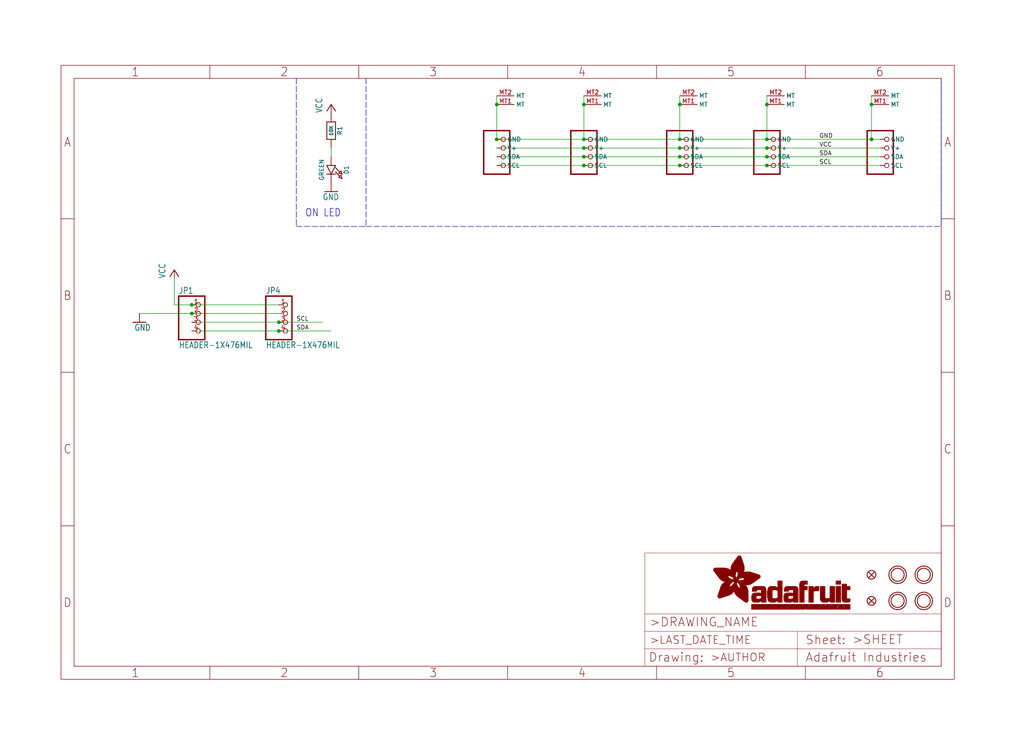
<source format=kicad_sch>
(kicad_sch (version 20211123) (generator eeschema)
  (paper "User" 298.45 217.881)
  (lib_symbols
    (symbol "eagleSchem-eagle-import:FIDUCIAL_1MM")
    (symbol "eagleSchem-eagle-import:FRAME_A4_ADAFRUIT"
      (symbol "FRAME_A4_ADAFRUIT_1_0"
        (text "1" (at 21.6958 1.905 0) (effects (font (size 2.54 2.286))))
        (text "1" (at 21.6958 177.165 0) (effects (font (size 2.54 2.286))))
        (text "2" (at 65.0875 1.905 0) (effects (font (size 2.54 2.286))))
        (text "2" (at 65.0875 177.165 0) (effects (font (size 2.54 2.286))))
        (text "3" (at 108.4792 1.905 0) (effects (font (size 2.54 2.286))))
        (text "3" (at 108.4792 177.165 0) (effects (font (size 2.54 2.286))))
        (text "4" (at 151.8708 1.905 0) (effects (font (size 2.54 2.286))))
        (text "4" (at 151.8708 177.165 0) (effects (font (size 2.54 2.286))))
        (text "5" (at 195.2625 1.905 0) (effects (font (size 2.54 2.286))))
        (text "5" (at 195.2625 177.165 0) (effects (font (size 2.54 2.286))))
        (text "6" (at 238.6542 1.905 0) (effects (font (size 2.54 2.286))))
        (text "6" (at 238.6542 177.165 0) (effects (font (size 2.54 2.286))))
        (text ">AUTHOR" (at 189.23 5.08 0) (effects (font (size 2.286 2.286)) (justify left bottom)))
        (text ">DRAWING_NAME" (at 171.45 15.24 0) (effects (font (size 2.54 2.54)) (justify left bottom)))
        (text ">LAST_DATE_TIME" (at 171.45 10.16 0) (effects (font (size 2.286 2.286)) (justify left bottom)))
        (text ">SHEET" (at 230.505 10.16 0) (effects (font (size 2.54 2.54)) (justify left bottom)))
        (text "A" (at 1.905 156.6863 0) (effects (font (size 2.54 2.286))))
        (text "A" (at 258.445 156.6863 0) (effects (font (size 2.54 2.286))))
        (text "Adafruit Industries" (at 216.916 4.953 0) (effects (font (size 2.54 2.54)) (justify left bottom)))
        (text "B" (at 1.905 111.9188 0) (effects (font (size 2.54 2.286))))
        (text "B" (at 258.445 111.9188 0) (effects (font (size 2.54 2.286))))
        (text "C" (at 1.905 67.1513 0) (effects (font (size 2.54 2.286))))
        (text "C" (at 258.445 67.1513 0) (effects (font (size 2.54 2.286))))
        (text "D" (at 1.905 22.3838 0) (effects (font (size 2.54 2.286))))
        (text "D" (at 258.445 22.3838 0) (effects (font (size 2.54 2.286))))
        (text "Drawing:" (at 171.196 4.953 0) (effects (font (size 2.54 2.54)) (justify left bottom)))
        (text "Sheet:" (at 216.916 10.033 0) (effects (font (size 2.54 2.54)) (justify left bottom)))
      )
    )
    (symbol "eagleSchem-eagle-import:GND" (power)
      (property "Value" "GND" (at -2.54 -2.54 0))
      (symbol "GND_1_0"
        (pin power_in line (at 0 2.54 270) (length 2.54) (name "GND") (number "1"))
      )
    )
    (symbol "eagleSchem-eagle-import:HEADER-1X476MIL"
      (property "Reference" "JP" (at -6.35 8.255 0))
      (property "Value" "HEADER-1X476MIL" (at -6.35 -7.62 0))
      (symbol "HEADER-1X476MIL_1_0"
        (pin passive inverted (at -2.54 5.08 0) (length 2.54) (name "1") (number "1"))
        (pin passive inverted (at -2.54 2.54 0) (length 2.54) (name "2") (number "2"))
        (pin passive inverted (at -2.54 0 0) (length 2.54) (name "3") (number "3"))
        (pin passive inverted (at -2.54 -2.54 0) (length 2.54) (name "4") (number "4"))
      )
    )
    (symbol "eagleSchem-eagle-import:LED0603_NOOUTLINE"
      (property "Reference" "D" (at -1.27 4.445 0))
      (property "Value" "LED0603_NOOUTLINE" (at -1.27 -2.794 0))
      (symbol "LED0603_NOOUTLINE_1_0"
        (pin passive line (at -5.08 0 0) (length 2.54) (name "A") (number "A"))
        (pin passive line (at 2.54 0 180) (length 2.54) (name "C") (number "C"))
      )
    )
    (symbol "eagleSchem-eagle-import:MOUNTINGHOLE2.5")
    (symbol "eagleSchem-eagle-import:RESISTOR_0603_NOOUT"
      (property "Reference" "R" (at 0 2.54 0))
      (property "Value" "RESISTOR_0603_NOOUT" (at 0 0 0))
      (symbol "RESISTOR_0603_NOOUT_1_0"
        (pin passive line (at -5.08 0 0) (length 2.54) (name "1") (number "1"))
        (pin passive line (at 5.08 0 180) (length 2.54) (name "2") (number "2"))
      )
    )
    (symbol "eagleSchem-eagle-import:STEMMA_I2C_QTRA"
      (symbol "STEMMA_I2C_QTRA_1_0"
        (pin passive inverted (at 0 5.08 0) (length 2.54) (name "GND") (number "1"))
        (pin passive inverted (at 0 2.54 0) (length 2.54) (name "V+") (number "2"))
        (pin passive inverted (at 0 0 0) (length 2.54) (name "SDA") (number "3"))
        (pin passive inverted (at 0 -2.54 0) (length 2.54) (name "SCL") (number "4"))
      )
      (symbol "STEMMA_I2C_QTRA_2_0"
        (pin bidirectional line (at 0 0 0) (length 5.08) (name "MT") (number "MT1"))
      )
      (symbol "STEMMA_I2C_QTRA_3_0"
        (pin bidirectional line (at 0 0 0) (length 5.08) (name "MT") (number "MT2"))
      )
    )
    (symbol "eagleSchem-eagle-import:VCC" (power)
      (property "Value" "VCC" (at -2.54 -2.54 90))
      (symbol "VCC_1_0"
        (pin power_in line (at 0 -2.54 90) (length 2.54) (name "VCC") (number "1"))
      )
    )
  )
  (junction (at 170.18 43.18))
  (junction (at 254 40.64))
  (junction (at 170.18 40.64))
  (junction (at 198.12 40.64))
  (junction (at 198.12 48.26))
  (junction (at 55.88 91.44))
  (junction (at 144.78 40.64))
  (junction (at 170.18 48.26))
  (junction (at 223.52 40.64))
  (junction (at 81.28 96.52))
  (junction (at 198.12 43.18))
  (junction (at 223.52 45.72))
  (junction (at 223.52 43.18))
  (junction (at 198.12 30.48))
  (junction (at 55.88 88.9))
  (junction (at 81.28 93.98))
  (junction (at 198.12 45.72))
  (junction (at 170.18 45.72))
  (junction (at 254 30.48))
  (junction (at 223.52 30.48))
  (junction (at 170.18 30.48))
  (junction (at 144.78 30.48))
  (junction (at 223.52 48.26))
  (polyline (pts (xy 274.32 22.86) (xy 274.32 66.04)))
  (wire (pts (xy 96.52 45.72) (xy 96.52 43.18)))
  (wire (pts (xy 55.88 88.9) (xy 81.28 88.9)))
  (wire (pts (xy 144.78 30.48) (xy 144.78 40.64)))
  (wire (pts (xy 170.18 30.48) (xy 170.18 40.64)))
  (wire (pts (xy 170.18 27.94) (xy 170.18 30.48)))
  (wire (pts (xy 55.88 91.44) (xy 81.28 91.44)))
  (wire (pts (xy 254 30.48) (xy 254 40.64)))
  (wire (pts (xy 144.78 48.26) (xy 170.18 48.26)))
  (wire (pts (xy 223.52 27.94) (xy 223.52 30.48)))
  (wire (pts (xy 254 27.94) (xy 254 30.48)))
  (wire (pts (xy 198.12 48.26) (xy 223.52 48.26)))
  (polyline (pts (xy 106.68 22.86) (xy 106.68 66.04)))
  (wire (pts (xy 170.18 40.64) (xy 144.78 40.64)))
  (wire (pts (xy 55.88 91.44) (xy 40.64 91.44)))
  (polyline (pts (xy 106.68 66.04) (xy 208.28 66.04)))
  (wire (pts (xy 223.52 43.18) (xy 256.54 43.18)))
  (wire (pts (xy 198.12 43.18) (xy 223.52 43.18)))
  (polyline (pts (xy 86.36 22.86) (xy 86.36 66.04)))
  (wire (pts (xy 256.54 40.64) (xy 254 40.64)))
  (wire (pts (xy 170.18 45.72) (xy 144.78 45.72)))
  (wire (pts (xy 223.52 30.48) (xy 223.52 40.64)))
  (wire (pts (xy 170.18 48.26) (xy 198.12 48.26)))
  (wire (pts (xy 144.78 27.94) (xy 144.78 30.48)))
  (wire (pts (xy 254 40.64) (xy 223.52 40.64)))
  (wire (pts (xy 223.52 48.26) (xy 256.54 48.26)))
  (wire (pts (xy 223.52 45.72) (xy 198.12 45.72)))
  (wire (pts (xy 144.78 43.18) (xy 170.18 43.18)))
  (wire (pts (xy 55.88 88.9) (xy 50.8 88.9)))
  (wire (pts (xy 170.18 43.18) (xy 198.12 43.18)))
  (wire (pts (xy 198.12 40.64) (xy 170.18 40.64)))
  (wire (pts (xy 198.12 45.72) (xy 170.18 45.72)))
  (wire (pts (xy 198.12 30.48) (xy 198.12 40.64)))
  (wire (pts (xy 50.8 88.9) (xy 50.8 81.28)))
  (wire (pts (xy 81.28 96.52) (xy 55.88 96.52)))
  (wire (pts (xy 55.88 93.98) (xy 81.28 93.98)))
  (wire (pts (xy 81.28 96.52) (xy 96.52 96.52)))
  (polyline (pts (xy 208.28 66.04) (xy 274.32 66.04)))
  (wire (pts (xy 256.54 45.72) (xy 223.52 45.72)))
  (polyline (pts (xy 86.36 66.04) (xy 106.68 66.04)))
  (wire (pts (xy 198.12 27.94) (xy 198.12 30.48)))
  (wire (pts (xy 223.52 40.64) (xy 198.12 40.64)))
  (wire (pts (xy 81.28 93.98) (xy 93.98 93.98)))
  (text "ON LED" (at 88.9 63.5 180) (effects (font (size 2.1844 1.8567)) (justify left bottom)))
  (label "SCL" (at 86.36 93.98 0) (effects (font (size 1.2446 1.2446))))
  (label "SCL" (at 238.76 48.26 0) (effects (font (size 1.2446 1.2446))))
  (label "SDA" (at 238.76 45.72 0) (effects (font (size 1.2446 1.2446))))
  (label "GND" (at 238.76 40.64 0) (effects (font (size 1.2446 1.2446))))
  (label "SDA" (at 86.36 96.52 0) (effects (font (size 1.2446 1.2446))))
  (label "VCC" (at 238.76 43.18 0) (effects (font (size 1.2446 1.2446))))
  (symbol (lib_id "eagleSchem-eagle-import:STEMMA_I2C_QTRA") (at 254 30.48 0) (unit 2)
    (property "Reference" "CONN4" (effects hide))
    (property "Value" "STEMMA_I2C_QTRA" (effects hide))
    (property "Footprint" "eagleSchem:JST_SH4_RA" (effects hide))
  )
  (symbol (lib_id "eagleSchem-eagle-import:STEMMA_I2C_QTRA") (at 198.12 30.48 0) (unit 2)
    (property "Reference" "CONN1" (effects hide))
    (property "Value" "STEMMA_I2C_QTRA" (effects hide))
    (property "Footprint" "eagleSchem:JST_SH4_RA" (effects hide))
  )
  (symbol (lib_id "eagleSchem-eagle-import:VCC") (at 50.8 78.74 0) (unit 1)
    (property "Reference" "#P+4" (effects hide))
    (property "Value" "VCC" (at 48.26 81.28 90) (effects (font (size 1.778 1.5113)) (justify left bottom)))
    (property "Footprint" "eagleSchem:" (effects hide))
  )
  (symbol (lib_id "eagleSchem-eagle-import:FRAME_A4_ADAFRUIT") (at 17.78 198.12 0) (unit 1)
    (property "Reference" "#U$18" (effects hide))
    (property "Value" "FRAME_A4_ADAFRUIT" (effects hide))
    (property "Footprint" "eagleSchem:" (effects hide))
  )
  (symbol (lib_id "eagleSchem-eagle-import:VCC") (at 96.52 30.48 0) (unit 1)
    (property "Reference" "#P+1" (effects hide))
    (property "Value" "VCC" (at 93.98 33.02 90) (effects (font (size 1.778 1.5113)) (justify left bottom)))
    (property "Footprint" "eagleSchem:" (effects hide))
  )
  (symbol (lib_id "eagleSchem-eagle-import:STEMMA_I2C_QTRA") (at 198.12 27.94 0) (unit 3)
    (property "Reference" "CONN1" (effects hide))
    (property "Value" "STEMMA_I2C_QTRA" (effects hide))
    (property "Footprint" "eagleSchem:JST_SH4_RA" (effects hide))
  )
  (symbol (lib_id "eagleSchem-eagle-import:STEMMA_I2C_QTRA") (at 144.78 30.48 0) (unit 2)
    (property "Reference" "CONN5" (effects hide))
    (property "Value" "STEMMA_I2C_QTRA" (effects hide))
    (property "Footprint" "eagleSchem:JST_SH4_RA" (effects hide))
  )
  (symbol (lib_id "eagleSchem-eagle-import:GND") (at 96.52 55.88 0) (unit 1)
    (property "Reference" "#GND6" (effects hide))
    (property "Value" "GND" (at 93.98 58.42 0) (effects (font (size 1.778 1.5113)) (justify left bottom)))
    (property "Footprint" "eagleSchem:" (effects hide))
  )
  (symbol (lib_id "eagleSchem-eagle-import:STEMMA_I2C_QTRA") (at 223.52 27.94 0) (unit 3)
    (property "Reference" "CONN3" (effects hide))
    (property "Value" "STEMMA_I2C_QTRA" (effects hide))
    (property "Footprint" "eagleSchem:JST_SH4_RA" (effects hide))
  )
  (symbol (lib_id "eagleSchem-eagle-import:FIDUCIAL_1MM") (at 254 175.26 0) (unit 1)
    (property "Reference" "FID3" (effects hide))
    (property "Value" "FIDUCIAL_1MM" (effects hide))
    (property "Footprint" "eagleSchem:FIDUCIAL_1MM" (effects hide))
  )
  (symbol (lib_id "eagleSchem-eagle-import:STEMMA_I2C_QTRA") (at 223.52 45.72 0) (unit 1)
    (property "Reference" "CONN3" (effects hide))
    (property "Value" "STEMMA_I2C_QTRA" (effects hide))
    (property "Footprint" "eagleSchem:JST_SH4_RA" (effects hide))
  )
  (symbol (lib_id "eagleSchem-eagle-import:FIDUCIAL_1MM") (at 254 167.64 0) (unit 1)
    (property "Reference" "FID4" (effects hide))
    (property "Value" "FIDUCIAL_1MM" (effects hide))
    (property "Footprint" "eagleSchem:FIDUCIAL_1MM" (effects hide))
  )
  (symbol (lib_id "eagleSchem-eagle-import:MOUNTINGHOLE2.5") (at 269.24 167.64 0) (unit 1)
    (property "Reference" "U$19" (effects hide))
    (property "Value" "MOUNTINGHOLE2.5" (effects hide))
    (property "Footprint" "eagleSchem:MOUNTINGHOLE_2.5_PLATED" (effects hide))
  )
  (symbol (lib_id "eagleSchem-eagle-import:GND") (at 40.64 93.98 0) (unit 1)
    (property "Reference" "#U$10" (effects hide))
    (property "Value" "GND" (at 39.116 96.52 0) (effects (font (size 1.778 1.5113)) (justify left bottom)))
    (property "Footprint" "eagleSchem:" (effects hide))
  )
  (symbol (lib_id "eagleSchem-eagle-import:MOUNTINGHOLE2.5") (at 269.24 175.26 0) (unit 1)
    (property "Reference" "U$21" (effects hide))
    (property "Value" "MOUNTINGHOLE2.5" (effects hide))
    (property "Footprint" "eagleSchem:MOUNTINGHOLE_2.5_PLATED" (effects hide))
  )
  (symbol (lib_id "eagleSchem-eagle-import:STEMMA_I2C_QTRA") (at 144.78 27.94 0) (unit 3)
    (property "Reference" "CONN5" (effects hide))
    (property "Value" "STEMMA_I2C_QTRA" (effects hide))
    (property "Footprint" "eagleSchem:JST_SH4_RA" (effects hide))
  )
  (symbol (lib_id "eagleSchem-eagle-import:HEADER-1X476MIL") (at 83.82 93.98 0) (unit 1)
    (property "Reference" "JP4" (at 77.47 85.725 0) (effects (font (size 1.778 1.5113)) (justify left bottom)))
    (property "Value" "HEADER-1X476MIL" (at 77.47 101.6 0) (effects (font (size 1.778 1.5113)) (justify left bottom)))
    (property "Footprint" "eagleSchem:1X04_ROUND_76" (effects hide))
  )
  (symbol (lib_id "eagleSchem-eagle-import:MOUNTINGHOLE2.5") (at 261.62 167.64 0) (unit 1)
    (property "Reference" "U$17" (effects hide))
    (property "Value" "MOUNTINGHOLE2.5" (effects hide))
    (property "Footprint" "eagleSchem:MOUNTINGHOLE_2.5_PLATED" (effects hide))
  )
  (symbol (lib_id "eagleSchem-eagle-import:STEMMA_I2C_QTRA") (at 256.54 45.72 0) (unit 1)
    (property "Reference" "CONN4" (effects hide))
    (property "Value" "STEMMA_I2C_QTRA" (effects hide))
    (property "Footprint" "eagleSchem:JST_SH4_RA" (effects hide))
  )
  (symbol (lib_id "eagleSchem-eagle-import:STEMMA_I2C_QTRA") (at 170.18 27.94 0) (unit 3)
    (property "Reference" "CONN2" (effects hide))
    (property "Value" "STEMMA_I2C_QTRA" (effects hide))
    (property "Footprint" "eagleSchem:JST_SH4_RA" (effects hide))
  )
  (symbol (lib_id "eagleSchem-eagle-import:STEMMA_I2C_QTRA") (at 170.18 45.72 0) (unit 1)
    (property "Reference" "CONN2" (effects hide))
    (property "Value" "STEMMA_I2C_QTRA" (effects hide))
    (property "Footprint" "eagleSchem:JST_SH4_RA" (effects hide))
  )
  (symbol (lib_id "eagleSchem-eagle-import:LED0603_NOOUTLINE") (at 96.52 50.8 270) (unit 1)
    (property "Reference" "D1" (at 100.965 49.53 0))
    (property "Value" "GREEN" (at 93.726 49.53 0))
    (property "Footprint" "eagleSchem:CHIPLED_0603_NOOUTLINE" (effects hide))
  )
  (symbol (lib_id "eagleSchem-eagle-import:MOUNTINGHOLE2.5") (at 261.62 175.26 0) (unit 1)
    (property "Reference" "U$1" (effects hide))
    (property "Value" "MOUNTINGHOLE2.5" (effects hide))
    (property "Footprint" "eagleSchem:MOUNTINGHOLE_2.5_PLATED" (effects hide))
  )
  (symbol (lib_id "eagleSchem-eagle-import:RESISTOR_0603_NOOUT") (at 96.52 38.1 270) (unit 1)
    (property "Reference" "R1" (at 99.06 38.1 0))
    (property "Value" "10K" (at 96.52 38.1 0) (effects (font (size 1.016 1.016) bold)))
    (property "Footprint" "eagleSchem:0603-NO" (effects hide))
  )
  (symbol (lib_id "eagleSchem-eagle-import:STEMMA_I2C_QTRA") (at 144.78 45.72 0) (unit 1)
    (property "Reference" "CONN5" (effects hide))
    (property "Value" "STEMMA_I2C_QTRA" (effects hide))
    (property "Footprint" "eagleSchem:JST_SH4_RA" (effects hide))
  )
  (symbol (lib_id "eagleSchem-eagle-import:HEADER-1X476MIL") (at 58.42 93.98 0) (unit 1)
    (property "Reference" "JP1" (at 52.07 85.725 0) (effects (font (size 1.778 1.5113)) (justify left bottom)))
    (property "Value" "HEADER-1X476MIL" (at 52.07 101.6 0) (effects (font (size 1.778 1.5113)) (justify left bottom)))
    (property "Footprint" "eagleSchem:1X04_ROUND_76" (effects hide))
  )
  (symbol (lib_id "eagleSchem-eagle-import:STEMMA_I2C_QTRA") (at 198.12 45.72 0) (unit 1)
    (property "Reference" "CONN1" (effects hide))
    (property "Value" "STEMMA_I2C_QTRA" (effects hide))
    (property "Footprint" "eagleSchem:JST_SH4_RA" (effects hide))
  )
  (symbol (lib_id "eagleSchem-eagle-import:STEMMA_I2C_QTRA") (at 254 27.94 0) (unit 3)
    (property "Reference" "CONN4" (effects hide))
    (property "Value" "STEMMA_I2C_QTRA" (effects hide))
    (property "Footprint" "eagleSchem:JST_SH4_RA" (effects hide))
  )
  (symbol (lib_id "eagleSchem-eagle-import:STEMMA_I2C_QTRA") (at 223.52 30.48 0) (unit 2)
    (property "Reference" "CONN3" (effects hide))
    (property "Value" "STEMMA_I2C_QTRA" (effects hide))
    (property "Footprint" "eagleSchem:JST_SH4_RA" (effects hide))
  )
  (symbol (lib_id "eagleSchem-eagle-import:STEMMA_I2C_QTRA") (at 170.18 30.48 0) (unit 2)
    (property "Reference" "CONN2" (effects hide))
    (property "Value" "STEMMA_I2C_QTRA" (effects hide))
    (property "Footprint" "eagleSchem:JST_SH4_RA" (effects hide))
  )
)
</source>
